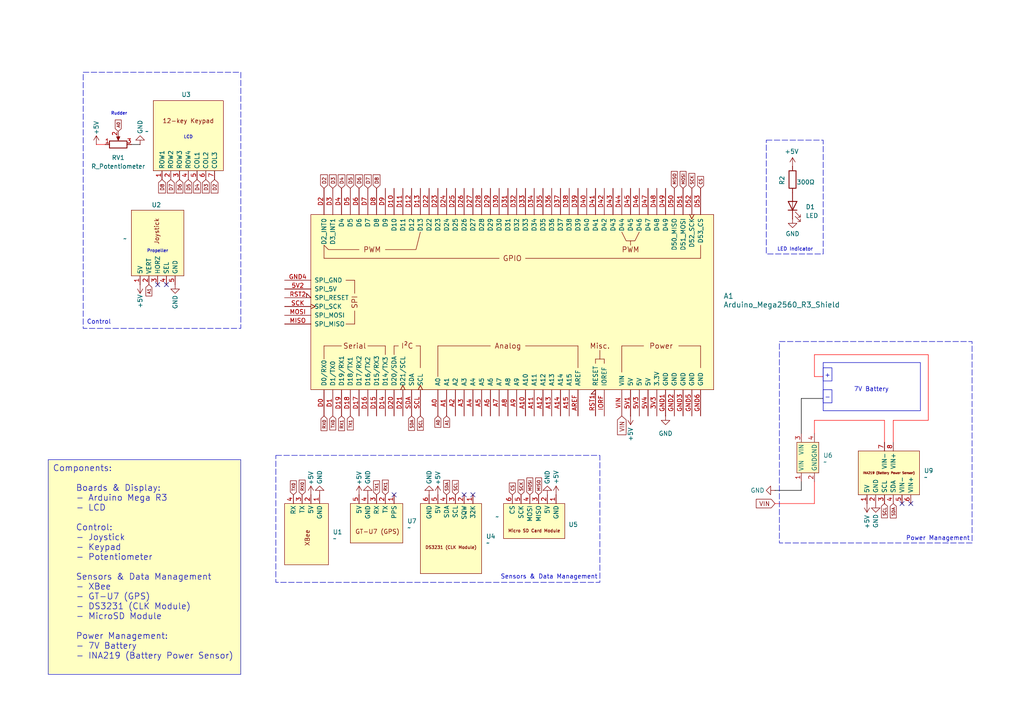
<source format=kicad_sch>
(kicad_sch (version 20231120) (generator "eeschema") (generator_version "8.0")
  (paper "A4")
  (lib_symbols
    (symbol "Device:LED" (pin_numbers hide) (pin_names (offset 1.016) hide)
      (property "Reference" "D" (at 0 2.54 0))
      (property "Value" "LED" (at 0 -2.54 0))
      (symbol "LED_0_1"
        (polyline (pts (xy -1.27 -1.27) (xy -1.27 1.27)) (stroke (width 0.254)))
        (polyline (pts (xy -1.27 0) (xy 1.27 0)))
        (polyline (pts (xy 1.27 -1.27) (xy 1.27 1.27) (xy -1.27 0) (xy 1.27 -1.27)) (stroke (width 0.254)))
        (polyline (pts (xy -3.048 -0.762) (xy -4.572 -2.286) (xy -3.81 -2.286) (xy -4.572 -2.286) (xy -4.572 -1.524)))
        (polyline (pts (xy -1.778 -0.762) (xy -3.302 -2.286) (xy -2.54 -2.286) (xy -3.302 -2.286) (xy -3.302 -1.524)))
      )
      (symbol "LED_1_1"
        (pin passive line (at -3.81 0 0) (length 2.54) (name "K") (number "1"))
        (pin passive line (at 3.81 0 180) (length 2.54) (name "A") (number "2"))
      )
    )
    (symbol "Device:R" (pin_numbers hide) (pin_names (offset 0))
      (property "Reference" "R" (at 2.032 0 90))
      (property "Value" "R" (at 0 0 90))
      (symbol "R_0_1"
        (rectangle (start -1.016 -2.54) (end 1.016 2.54) (stroke (width 0.254)))
      )
      (symbol "R_1_1"
        (pin passive line (at 0 3.81 270) (length 1.27) (name "~") (number "1"))
        (pin passive line (at 0 -3.81 90) (length 1.27) (name "~") (number "2"))
      )
    )
    (symbol "Device:R_Potentiometer" (pin_names (offset 1.016) hide)
      (property "Reference" "RV" (at -4.445 0 90))
      (property "Value" "R_Potentiometer" (at -2.54 0 90))
      (symbol "R_Potentiometer_0_1"
        (polyline (pts (xy 2.54 0) (xy 1.524 0)))
        (polyline (pts (xy 1.143 0) (xy 2.286 0.508) (xy 2.286 -0.508) (xy 1.143 0)) (fill (type outline)))
        (rectangle (start 1.016 2.54) (end -1.016 -2.54) (stroke (width 0.254)))
      )
      (symbol "R_Potentiometer_1_1"
        (pin passive line (at 0 3.81 270) (length 1.27) (name "1") (number "1"))
        (pin passive line (at 3.81 0 180) (length 1.27) (name "2") (number "2"))
        (pin passive line (at 0 -3.81 90) (length 1.27) (name "3") (number "3"))
      )
    )
    (symbol "PCM_arduino-library:Arduino_Mega2560_R3_Shield" (pin_names (offset 1.016))
      (property "Reference" "A" (at 0 -62.23 0))
      (property "Value" "Arduino_Mega2560_R3_Shield" (at 0 -66.04 0))
      (symbol "Arduino_Mega2560_R3_Shield_0_0"
        (rectangle (start -25.4 -58.42) (end 25.4 58.42) (fill (type background)))
        (rectangle (start -20.32 -31.75) (end -12.7 -31.75))
        (rectangle (start -19.05 -54.61) (end -12.7 -54.61))
        (rectangle (start -19.05 -19.05) (end -12.7 -19.05))
        (rectangle (start -19.05 26.67) (end -12.7 26.67))
        (rectangle (start -17.78 -26.67) (end -16.51 -26.67))
        (rectangle (start -17.78 -24.13) (end -16.51 -24.13))
        (rectangle (start -16.51 -25.4) (end -13.97 -25.4))
        (rectangle (start -16.51 -24.13) (end -16.51 -26.67))
        (rectangle (start -16.51 54.61) (end -12.7 54.61))
        (rectangle (start -15.24 34.29) (end -12.7 34.29))
        (rectangle (start -15.24 36.83) (end -12.7 36.83))
        (rectangle (start -12.7 -54.61) (end -12.7 -48.26))
        (rectangle (start -12.7 -31.75) (end -12.7 -38.1))
        (rectangle (start -12.7 26.67) (end -12.7 27.94))
        (rectangle (start -12.7 34.29) (end -12.7 33.02))
        (rectangle (start -12.7 41.91) (end -12.7 36.83))
        (rectangle (start -12.7 49.53) (end -12.7 54.61))
        (rectangle (start -6.35 48.26) (end -6.35 45.72))
        (rectangle (start -2.54 45.72) (end -6.35 45.72))
        (polyline (pts (xy -21.59 21.59) (xy -12.7 21.59)))
        (polyline (pts (xy -12.7 -19.05) (xy -12.7 -3.81)))
        (polyline (pts (xy -12.7 6.35) (xy -12.7 21.59)))
        (polyline (pts (xy 12.7 -54.61) (xy 16.51 -54.61)))
        (polyline (pts (xy 12.7 54.61) (xy 16.51 54.61)))
        (polyline (pts (xy 17.78 -34.29) (xy 16.51 -34.29)))
        (polyline (pts (xy 15.24 36.83) (xy 15.24 27.94) (xy 20.32 26.67)))
        (polyline (pts (xy 15.24 44.45) (xy 15.24 53.34) (xy 16.51 54.61)))
        (polyline (pts (xy 20.32 -31.75) (xy 17.78 -33.02) (xy 17.78 -35.56) (xy 20.32 -36.83)))
        (rectangle (start 6.35 45.72) (end 2.54 45.72))
        (rectangle (start 6.35 48.26) (end 6.35 45.72))
        (text "Analog" (at -12.7 1.27 900) (effects (font (size 1.524 1.524))))
        (text "I²C" (at -12.7 30.48 900) (effects (font (size 1.524 1.524))))
        (text "Misc." (at -12.7 -25.4 900) (effects (font (size 1.524 1.524))))
        (text "Power" (at -12.7 -43.18 900) (effects (font (size 1.524 1.524))))
        (text "PWM" (at 15.24 -34.29 900) (effects (font (size 1.524 1.524))))
        (text "PWM" (at 15.24 40.64 900) (effects (font (size 1.524 1.524))))
        (text "Serial" (at -12.7 45.72 900) (effects (font (size 1.524 1.524))))
        (text "SPI" (at 0 45.72 0) (effects (font (size 1.524 1.524))))
      )
      (symbol "Arduino_Mega2560_R3_Shield_1_0"
        (rectangle (start 12.7 -54.61) (end 12.7 -3.81))
        (rectangle (start 12.7 54.61) (end 12.7 3.81))
        (text "GPIO" (at 12.7 0 900) (effects (font (size 1.524 1.524))))
      )
      (symbol "Arduino_Mega2560_R3_Shield_1_1"
        (pin power_out line (at -33.02 -41.91 0) (length 7.62) (name "3.3V") (number "3V3"))
        (pin power_in line (at -33.02 -34.29 0) (length 7.62) (name "5V") (number "5V1"))
        (pin power_in line (at 3.81 66.04 270) (length 7.62) (name "SPI_5V") (number "5V2"))
        (pin power_in line (at -33.02 -36.83 0) (length 7.62) (name "5V") (number "5V3"))
        (pin power_in line (at -33.02 -39.37 0) (length 7.62) (name "5V") (number "5V4"))
        (pin bidirectional line (at -33.02 21.59 0) (length 7.62) (name "A0") (number "A0"))
        (pin bidirectional line (at -33.02 19.05 0) (length 7.62) (name "A1") (number "A1"))
        (pin bidirectional line (at -33.02 -3.81 0) (length 7.62) (name "A10") (number "A10"))
        (pin bidirectional line (at -33.02 -6.35 0) (length 7.62) (name "A11") (number "A11"))
        (pin bidirectional line (at -33.02 -8.89 0) (length 7.62) (name "A12") (number "A12"))
        (pin bidirectional line (at -33.02 -11.43 0) (length 7.62) (name "A13") (number "A13"))
        (pin bidirectional line (at -33.02 -13.97 0) (length 7.62) (name "A14") (number "A14"))
        (pin bidirectional line (at -33.02 -16.51 0) (length 7.62) (name "A15") (number "A15"))
        (pin bidirectional line (at -33.02 16.51 0) (length 7.62) (name "A2") (number "A2"))
        (pin bidirectional line (at -33.02 13.97 0) (length 7.62) (name "A3") (number "A3"))
        (pin bidirectional line (at -33.02 11.43 0) (length 7.62) (name "A4") (number "A4"))
        (pin bidirectional line (at -33.02 8.89 0) (length 7.62) (name "A5") (number "A5"))
        (pin bidirectional line (at -33.02 6.35 0) (length 7.62) (name "A6") (number "A6"))
        (pin bidirectional line (at -33.02 3.81 0) (length 7.62) (name "A7") (number "A7"))
        (pin bidirectional line (at -33.02 1.27 0) (length 7.62) (name "A8") (number "A8"))
        (pin bidirectional line (at -33.02 -1.27 0) (length 7.62) (name "A9") (number "A9"))
        (pin input line (at -33.02 -19.05 0) (length 7.62) (name "AREF") (number "AREF"))
        (pin bidirectional line (at -33.02 54.61 0) (length 7.62) (name "D0/RX0") (number "D0"))
        (pin bidirectional line (at -33.02 52.07 0) (length 7.62) (name "D1/TX0") (number "D1"))
        (pin bidirectional line (at 33.02 34.29 180) (length 7.62) (name "D10") (number "D10"))
        (pin bidirectional line (at 33.02 31.75 180) (length 7.62) (name "D11") (number "D11"))
        (pin bidirectional line (at 33.02 29.21 180) (length 7.62) (name "D12") (number "D12"))
        (pin bidirectional line (at 33.02 26.67 180) (length 7.62) (name "D13") (number "D13"))
        (pin bidirectional line (at -33.02 36.83 0) (length 7.62) (name "D14/TX3") (number "D14"))
        (pin bidirectional line (at -33.02 39.37 0) (length 7.62) (name "D15/RX3") (number "D15"))
        (pin bidirectional line (at -33.02 41.91 0) (length 7.62) (name "D16/TX2") (number "D16"))
        (pin bidirectional line (at -33.02 44.45 0) (length 7.62) (name "D17/RX2") (number "D17"))
        (pin bidirectional line (at -33.02 46.99 0) (length 7.62) (name "D18/TX1") (number "D18"))
        (pin bidirectional line (at -33.02 49.53 0) (length 7.62) (name "D19/RX1") (number "D19"))
        (pin bidirectional line (at 33.02 54.61 180) (length 7.62) (name "D2_INT0") (number "D2"))
        (pin bidirectional line (at -33.02 34.29 0) (length 7.62) (name "D20/SDA") (number "D20"))
        (pin bidirectional clock (at -33.02 31.75 0) (length 7.62) (name "D21/SCL") (number "D21"))
        (pin bidirectional line (at 33.02 24.13 180) (length 7.62) (name "D22") (number "D22"))
        (pin bidirectional line (at 33.02 21.59 180) (length 7.62) (name "D23") (number "D23"))
        (pin bidirectional line (at 33.02 19.05 180) (length 7.62) (name "D24") (number "D24"))
        (pin bidirectional line (at 33.02 16.51 180) (length 7.62) (name "D25") (number "D25"))
        (pin bidirectional line (at 33.02 13.97 180) (length 7.62) (name "D26") (number "D26"))
        (pin bidirectional line (at 33.02 11.43 180) (length 7.62) (name "D27") (number "D27"))
        (pin bidirectional line (at 33.02 8.89 180) (length 7.62) (name "D28") (number "D28"))
        (pin bidirectional line (at 33.02 6.35 180) (length 7.62) (name "D29") (number "D29"))
        (pin bidirectional line (at 33.02 52.07 180) (length 7.62) (name "D3_INT1") (number "D3"))
        (pin bidirectional line (at 33.02 3.81 180) (length 7.62) (name "D30") (number "D30"))
        (pin bidirectional line (at 33.02 1.27 180) (length 7.62) (name "D31") (number "D31"))
        (pin bidirectional line (at 33.02 -1.27 180) (length 7.62) (name "D32") (number "D32"))
        (pin bidirectional line (at 33.02 -3.81 180) (length 7.62) (name "D33") (number "D33"))
        (pin bidirectional line (at 33.02 -6.35 180) (length 7.62) (name "D34") (number "D34"))
        (pin bidirectional line (at 33.02 -8.89 180) (length 7.62) (name "D35") (number "D35"))
        (pin bidirectional line (at 33.02 -11.43 180) (length 7.62) (name "D36") (number "D36"))
        (pin bidirectional line (at 33.02 -13.97 180) (length 7.62) (name "D37") (number "D37"))
        (pin bidirectional line (at 33.02 -16.51 180) (length 7.62) (name "D38") (number "D38"))
        (pin bidirectional line (at 33.02 -19.05 180) (length 7.62) (name "D39") (number "D39"))
        (pin bidirectional line (at 33.02 49.53 180) (length 7.62) (name "D4") (number "D4"))
        (pin bidirectional line (at 33.02 -21.59 180) (length 7.62) (name "D40") (number "D40"))
        (pin bidirectional line (at 33.02 -24.13 180) (length 7.62) (name "D41") (number "D41"))
        (pin bidirectional line (at 33.02 -26.67 180) (length 7.62) (name "D42") (number "D42"))
        (pin bidirectional line (at 33.02 -29.21 180) (length 7.62) (name "D43") (number "D43"))
        (pin bidirectional line (at 33.02 -31.75 180) (length 7.62) (name "D44") (number "D44"))
        (pin bidirectional line (at 33.02 -34.29 180) (length 7.62) (name "D45") (number "D45"))
        (pin bidirectional line (at 33.02 -36.83 180) (length 7.62) (name "D46") (number "D46"))
        (pin bidirectional line (at 33.02 -39.37 180) (length 7.62) (name "D47") (number "D47"))
        (pin bidirectional line (at 33.02 -41.91 180) (length 7.62) (name "D48") (number "D48"))
        (pin bidirectional line (at 33.02 -44.45 180) (length 7.62) (name "D49") (number "D49"))
        (pin bidirectional line (at 33.02 46.99 180) (length 7.62) (name "D5") (number "D5"))
        (pin bidirectional line (at 33.02 -46.99 180) (length 7.62) (name "D50_MISO") (number "D50"))
        (pin bidirectional line (at 33.02 -49.53 180) (length 7.62) (name "D51_MOSI") (number "D51"))
        (pin bidirectional clock (at 33.02 -52.07 180) (length 7.62) (name "D52_SCK") (number "D52"))
        (pin bidirectional line (at 33.02 -54.61 180) (length 7.62) (name "D53_CS") (number "D53"))
        (pin bidirectional line (at 33.02 44.45 180) (length 7.62) (name "D6") (number "D6"))
        (pin bidirectional line (at 33.02 41.91 180) (length 7.62) (name "D7") (number "D7"))
        (pin bidirectional line (at 33.02 39.37 180) (length 7.62) (name "D8") (number "D8"))
        (pin bidirectional line (at 33.02 36.83 180) (length 7.62) (name "D9") (number "D9"))
        (pin power_in line (at -33.02 -44.45 0) (length 7.62) (name "GND") (number "GND1"))
        (pin power_in line (at -33.02 -46.99 0) (length 7.62) (name "GND") (number "GND2"))
        (pin power_in line (at -33.02 -49.53 0) (length 7.62) (name "GND") (number "GND3"))
        (pin power_in line (at 6.35 66.04 270) (length 7.62) (name "SPI_GND") (number "GND4"))
        (pin power_in line (at -33.02 -52.07 0) (length 7.62) (name "GND") (number "GND5"))
        (pin power_in line (at -33.02 -54.61 0) (length 7.62) (name "GND") (number "GND6"))
        (pin output line (at -33.02 -26.67 0) (length 7.62) (name "IOREF") (number "IORF"))
        (pin input line (at -6.35 66.04 270) (length 7.62) (name "SPI_MISO") (number "MISO"))
        (pin output line (at -3.81 66.04 270) (length 7.62) (name "SPI_MOSI") (number "MOSI"))
        (pin open_collector input_low (at -33.02 -24.13 0) (length 7.62) (name "RESET") (number "RST1"))
        (pin open_collector input_low (at 1.27 66.04 270) (length 7.62) (name "SPI_RESET") (number "RST2"))
        (pin output clock (at -1.27 66.04 270) (length 7.62) (name "SPI_SCK") (number "SCK"))
        (pin bidirectional clock (at -33.02 26.67 0) (length 7.62) (name "SCL") (number "SCL"))
        (pin bidirectional line (at -33.02 29.21 0) (length 7.62) (name "SDA") (number "SDA"))
        (pin power_in line (at -33.02 -31.75 0) (length 7.62) (name "VIN") (number "VIN"))
      )
    )
    (symbol "TAFLab-Symbol-Library:AnalogJoystickBreakout"
      (property "Reference" "U" (at 0 0 0))
      (symbol "AnalogJoystickBreakout_1_1"
        (rectangle (start 2.54 7.62) (end 21.59 -7.62) (fill (type background)))
        (text "Joystick" (at 15.494 0.254 0) (effects (font (size 1.27 1.27))))
        (pin power_in line (at 0 5.08 0) (length 2.54) (name "5V") (number "1"))
        (pin unspecified line (at 0 2.54 0) (length 2.54) (name "VERT") (number "2"))
        (pin unspecified line (at 0 0 0) (length 2.54) (name "HORZ") (number "3"))
        (pin unspecified line (at 0 -2.54 0) (length 2.54) (name "SEL") (number "4"))
        (pin power_in line (at 0 -5.08 0) (length 2.54) (name "GND") (number "5"))
      )
    )
    (symbol "TAFLab-Symbol-Library:GT-U7_GPS"
      (property "Reference" "U" (at 0 0 0))
      (symbol "GT-U7_GPS_1_1"
        (rectangle (start 2.54 6.35) (end 13.97 -8.89) (fill (type background)))
        (text "GT-U7 (GPS)" (at 10.668 -1.016 900) (effects (font (size 1.27 1.27))))
        (pin unspecified line (at 0 3.81 0) (length 2.54) (name "PPS") (number "1"))
        (pin output line (at 0 1.27 0) (length 2.54) (name "TX") (number "2"))
        (pin input line (at 0 -1.27 0) (length 2.54) (name "RX") (number "3"))
        (pin power_in line (at 0 -3.81 0) (length 2.54) (name "GND") (number "4"))
        (pin power_in line (at 0 -6.35 0) (length 2.54) (name "5V") (number "5"))
      )
    )
    (symbol "TAFLab-Symbol-Library:HW84_DS3231_CLK_Module"
      (property "Reference" "U" (at 0 0 0))
      (symbol "HW84_DS3231_CLK_Module_1_1"
        (rectangle (start 2.54 8.89) (end 22.86 -8.89) (fill (type background)))
        (text "DS3231 (CLK Module)" (at 15.24 0 900) (effects (font (size 0.889 0.889))))
        (pin unspecified line (at 0 6.35 0) (length 2.54) (name "32K") (number "1"))
        (pin unspecified line (at 0 3.81 0) (length 2.54) (name "SQW") (number "2"))
        (pin bidirectional line (at 0 1.27 0) (length 2.54) (name "SCL") (number "3"))
        (pin bidirectional line (at 0 -1.27 0) (length 2.54) (name "SDA") (number "4"))
        (pin power_in line (at 0 -3.81 0) (length 2.54) (name "5V") (number "5"))
        (pin power_in line (at 0 -6.35 0) (length 2.54) (name "GND") (number "6"))
      )
    )
    (symbol "TAFLab-Symbol-Library:INA219_BatteryPowerSensor"
      (property "Reference" "U" (at 0 0 0))
      (symbol "INA219_BatteryPowerSensor_1_1"
        (rectangle (start 2.54 5.08) (end 15.24 -12.7) (fill (type background)))
        (text "INA219 (Battery Power Sensor)" (at 8.89 -3.81 900) (effects (font (size 0.635 0.635))))
        (pin power_in line (at 0 2.54 0) (length 2.54) (name "5V") (number "1"))
        (pin power_in line (at 0 0 0) (length 2.54) (name "GND") (number "2"))
        (pin bidirectional line (at 0 -2.54 0) (length 2.54) (name "SCL") (number "3"))
        (pin bidirectional line (at 0 -5.08 0) (length 2.54) (name "SDA") (number "4"))
        (pin power_in line (at 0 -7.62 0) (length 2.54) (name "VIN-") (number "5"))
        (pin power_in line (at 0 -10.16 0) (length 2.54) (name "VIN+") (number "6"))
        (pin power_in line (at 17.78 -2.54 180) (length 2.54) (name "VIN-") (number "7"))
        (pin power_in line (at 17.78 -5.08 180) (length 2.54) (name "VIN+") (number "8"))
      )
    )
    (symbol "TAFLab-Symbol-Library:Keypad12Key"
      (property "Reference" "U" (at 0 0 0))
      (symbol "Keypad12Key_1_1"
        (rectangle (start 2.54 6.35) (end 22.86 -13.97) (fill (type background)))
        (text "12-key Keypad" (at 17.018 -3.81 900) (effects (font (size 1.27 1.27))))
        (pin unspecified line (at 0 3.81 0) (length 2.54) (name "ROW1") (number "1"))
        (pin unspecified line (at 0 1.27 0) (length 2.54) (name "ROW2") (number "2"))
        (pin unspecified line (at 0 -1.27 0) (length 2.54) (name "ROW3") (number "3"))
        (pin unspecified line (at 0 -3.81 0) (length 2.54) (name "ROW4") (number "4"))
        (pin unspecified line (at 0 -6.35 0) (length 2.54) (name "COL1") (number "5"))
        (pin unspecified line (at 0 -8.89 0) (length 2.54) (name "COL2") (number "6"))
        (pin unspecified line (at 0 -11.43 0) (length 2.54) (name "COL3") (number "7"))
      )
    )
    (symbol "TAFLab-Symbol-Library:Micro_SD_Card_Module"
      (property "Reference" "U" (at 0 0 0))
      (symbol "Micro_SD_Card_Module_1_1"
        (rectangle (start 2.54 5.08) (end 12.7 -12.7) (fill (type background)))
        (text "Micro SD Card Module" (at 10.414 -3.81 900) (effects (font (size 0.889 0.889))))
        (pin power_in line (at 0 2.54 0) (length 2.54) (name "GND") (number "1"))
        (pin power_in line (at 0 0 0) (length 2.54) (name "5V") (number "2"))
        (pin unspecified line (at 0 -2.54 0) (length 2.54) (name "MISO") (number "3"))
        (pin unspecified line (at 0 -5.08 0) (length 2.54) (name "MOSI") (number "4"))
        (pin unspecified line (at 0 -7.62 0) (length 2.54) (name "SCK") (number "5"))
        (pin unspecified line (at 0 -10.16 0) (length 2.54) (name "CS") (number "6"))
      )
    )
    (symbol "TAFLab-Symbol-Library:VinConnector"
      (property "Reference" "U" (at 0 -2.54 0))
      (symbol "VinConnector_1_1"
        (rectangle (start 0 1.27) (end 8.89 -5.08) (fill (type background)))
        (pin power_in line (at -2.54 0 0) (length 2.54) (name "VIN") (number "1"))
        (pin power_in line (at -2.54 -3.81 0) (length 2.54) (name "GND") (number "2"))
        (pin power_in line (at 11.43 0 180) (length 2.54) (name "VIN") (number "3"))
        (pin power_in line (at 11.43 -3.81 180) (length 2.54) (name "GND") (number "4"))
      )
    )
    (symbol "TAFLab-Symbol-Library:XBeeBreakout"
      (property "Reference" "U" (at 0 0 0))
      (symbol "XBeeBreakout_1_1"
        (rectangle (start 2.54 5.08) (end 20.32 -7.62) (fill (type background)))
        (text "XBee" (at 12.446 -1.016 0) (effects (font (size 1.27 1.27))))
        (pin power_in line (at 0 2.54 0) (length 2.54) (name "GND") (number "1"))
        (pin power_in line (at 0 0 0) (length 2.54) (name "5V") (number "2"))
        (pin output line (at 0 -2.54 0) (length 2.54) (name "TX") (number "3"))
        (pin input line (at 0 -5.08 0) (length 2.54) (name "RX") (number "4"))
      )
    )
    (symbol "power:+5V" (power) (pin_numbers hide) (pin_names (offset 0) hide)
      (property "Value" "+5V" (at 0 3.556 0))
      (symbol "+5V_0_1"
        (polyline (pts (xy -0.762 1.27) (xy 0 2.54)))
        (polyline (pts (xy 0 0) (xy 0 2.54)))
        (polyline (pts (xy 0 2.54) (xy 0.762 1.27)))
      )
      (symbol "+5V_1_1"
        (pin power_in line (at 0 0 90) (length 0) (name "~") (number "1"))
      )
    )
    (symbol "power:GND" (power) (pin_numbers hide) (pin_names (offset 0) hide)
      (property "Value" "GND" (at 0 -3.81 0))
      (symbol "GND_0_1"
        (polyline (pts (xy 0 0) (xy 0 -1.27) (xy 1.27 -1.27) (xy 0 -2.54) (xy -1.27 -1.27) (xy 0 -1.27)))
      )
      (symbol "GND_1_1"
        (pin power_in line (at 0 0 270) (length 0) (name "~") (number "1"))
      )
    )
  )
  (no_connect (at 261.62 146.05))
  (no_connect (at 48.26 82.55))
  (no_connect (at 264.16 146.05))
  (no_connect (at 134.62 143.51))
  (no_connect (at 45.72 82.55))
  (no_connect (at 114.3 143.51))
  (no_connect (at 137.16 143.51))
  (wire (pts (xy 256.54 121.92) (xy 256.54 128.27)) (stroke (width 0) (color 255 0 0 1)))
  (wire (pts (xy 232.41 139.7) (xy 232.41 142.24)) (stroke (width 0) (color 0 0 0 1)))
  (wire (pts (xy 27.94 41.91) (xy 30.48 41.91)) (stroke (width 0) (color 255 0 0 1)))
  (wire (pts (xy 40.64 41.91) (xy 38.1 41.91)) (stroke (width 0) (color 0 0 0 1)))
  (wire (pts (xy 236.22 109.22) (xy 236.22 102.87)) (stroke (width 0) (color 255 0 0 1)))
  (wire (pts (xy 224.79 146.05) (xy 236.22 146.05)) (stroke (width 0) (color 255 0 0 1)))
  (wire (pts (xy 269.24 102.87) (xy 269.24 121.92)) (stroke (width 0) (color 255 0 0 1)))
  (wire (pts (xy 236.22 139.7) (xy 236.22 146.05)) (stroke (width 0) (color 255 0 0 1)))
  (wire (pts (xy 232.41 115.57) (xy 232.41 125.73)) (stroke (width 0) (color 0 0 0 1)))
  (wire (pts (xy 259.08 121.92) (xy 259.08 128.27)) (stroke (width 0) (color 255 0 0 1)))
  (wire (pts (xy 236.22 121.92) (xy 256.54 121.92)) (stroke (width 0) (color 255 0 0 1)))
  (wire (pts (xy 236.22 102.87) (xy 269.24 102.87)) (stroke (width 0) (color 255 0 0 1)))
  (wire (pts (xy 224.79 142.24) (xy 232.41 142.24)) (stroke (width 0) (color 0 0 0 1)))
  (wire (pts (xy 236.22 121.92) (xy 236.22 125.73)) (stroke (width 0) (color 255 0 0 1)))
  (wire (pts (xy 269.24 121.92) (xy 259.08 121.92)) (stroke (width 0) (color 255 0 0 1)))
  (wire (pts (xy 232.41 115.57) (xy 238.76 115.57)) (stroke (width 0) (color 0 0 0 1)))
  (wire (pts (xy 238.76 109.22) (xy 236.22 109.22)) (stroke (width 0) (color 255 0 0 1)))
  (rectangle (start 238.76 113.03) (end 241.3 116.84))
  (rectangle (start 24.13 20.955) (end 69.85 95.25) (stroke (width 0) (type dash)))
  (rectangle (start 222.25 40.64) (end 238.76 73.66) (stroke (width 0) (type dash)))
  (rectangle (start 80.01 132.08) (end 173.99 168.91) (stroke (width 0) (type dash)))
  (rectangle (start 226.06 99.06) (end 281.94 157.48) (stroke (width 0) (type dash)))
  (rectangle (start 238.76 105.156) (end 266.954 119.126))
  (rectangle (start 238.76 106.68) (end 241.3 110.49))
  (text_box "Components: \n\n	Boards & Display:\n	- Arduino Mega R3\n	- LCD\n\n	Control:\n	- Joystick\n	- Keypad\n	- Potentiometer\n\n	Sensors & Data Management\n	- XBee\n	- GT-U7 (GPS)\n	- DS3231 (CLK Module)\n	- MicroSD Module\n\n	Power Management:\n	- 7V Battery\n	- INA219 (Battery Power Sensor)" (at 13.97 133.35 0) (size 55.88 62.23) (fill (type color) (color 255 255 194 1)) (effects (font (size 1.778 1.778)) (justify left top)))
  (text "LED Indicator" (at 230.632 72.39 0) (effects (font (size 1.016 1.016))))
  (text "7V Battery" (at 252.73 113.03 0) (effects (font (size 1.27 1.27))))
  (text "Propeller" (at 45.72 72.898 0) (effects (font (size 0.889 0.889))))
  (text "Power Management" (at 272.034 156.21 0) (effects (font (size 1.27 1.27))))
  (text "Sensors & Data Management\n" (at 159.258 167.386 0) (effects (font (size 1.27 1.27))))
  (text "+" (at 240.03 108.966 0) (effects (font (size 1.27 1.27))))
  (text "Rudder" (at 34.544 33.02 0) (effects (font (size 0.889 0.889))))
  (text "-\n" (at 240.03 115.316 0) (effects (font (size 1.27 1.27))))
  (text "LCD" (at 54.61 39.878 0) (effects (font (size 0.889 0.889))))
  (text "Control\n" (at 28.702 93.472 0) (effects (font (size 1.27 1.27))))
  (global_label "RX0" (shape input) (at 87.63 143.51 90) (effects (font (size 0.889 0.889))) (property "Intersheetrefs" "${INTERSHEET_REFS}" (effects (hide yes))))
  (global_label "VIN" (shape input) (at 180.34 120.65 270) (property "Intersheetrefs" "${INTERSHEET_REFS}" (effects (hide yes))))
  (global_label "D3" (shape input) (at 59.69 52.07 270) (effects (font (size 1.016 1.016))) (property "Intersheetrefs" "${INTERSHEET_REFS}" (effects (hide yes))))
  (global_label "SCL" (shape input) (at 132.08 143.51 90) (effects (font (size 0.889 0.889))) (property "Intersheetrefs" "${INTERSHEET_REFS}" (effects (hide yes))))
  (global_label "RX1" (shape input) (at 111.76 143.51 90) (effects (font (size 0.889 0.889))) (property "Intersheetrefs" "${INTERSHEET_REFS}" (effects (hide yes))))
  (global_label "D7" (shape input) (at 49.53 52.07 270) (effects (font (size 1.016 1.016))) (property "Intersheetrefs" "${INTERSHEET_REFS}" (effects (hide yes))))
  (global_label "RX1" (shape input) (at 99.06 120.65 270) (effects (font (size 0.889 0.889))) (property "Intersheetrefs" "${INTERSHEET_REFS}" (effects (hide yes))))
  (global_label "TX1" (shape input) (at 109.22 143.51 90) (effects (font (size 0.889 0.889))) (property "Intersheetrefs" "${INTERSHEET_REFS}" (effects (hide yes))))
  (global_label "D4" (shape input) (at 99.06 54.61 90) (effects (font (size 1.016 1.016))) (property "Intersheetrefs" "${INTERSHEET_REFS}" (effects (hide yes))))
  (global_label "D8" (shape input) (at 46.99 52.07 270) (effects (font (size 1.016 1.016))) (property "Intersheetrefs" "${INTERSHEET_REFS}" (effects (hide yes))))
  (global_label "TX0" (shape input) (at 96.52 120.65 270) (effects (font (size 0.889 0.889))) (property "Intersheetrefs" "${INTERSHEET_REFS}" (effects (hide yes))))
  (global_label "MOSI" (shape input) (at 153.67 143.51 90) (effects (font (size 0.889 0.889))) (property "Intersheetrefs" "${INTERSHEET_REFS}" (effects (hide yes))))
  (global_label "RX0" (shape input) (at 93.98 120.65 270) (effects (font (size 0.889 0.889))) (property "Intersheetrefs" "${INTERSHEET_REFS}" (effects (hide yes))))
  (global_label "D4" (shape input) (at 57.15 52.07 270) (effects (font (size 1.016 1.016))) (property "Intersheetrefs" "${INTERSHEET_REFS}" (effects (hide yes))))
  (global_label "SCK" (shape input) (at 200.66 54.61 90) (effects (font (size 0.889 0.889))) (property "Intersheetrefs" "${INTERSHEET_REFS}" (effects (hide yes))))
  (global_label "D6" (shape input) (at 104.14 54.61 90) (effects (font (size 1.016 1.016))) (property "Intersheetrefs" "${INTERSHEET_REFS}" (effects (hide yes))))
  (global_label "A0" (shape input) (at 34.29 38.1 90) (effects (font (size 0.889 0.889))) (property "Intersheetrefs" "${INTERSHEET_REFS}" (effects (hide yes))))
  (global_label "MOSI" (shape input) (at 198.12 54.61 90) (effects (font (size 0.889 0.889))) (property "Intersheetrefs" "${INTERSHEET_REFS}" (effects (hide yes))))
  (global_label "D5" (shape input) (at 101.6 54.61 90) (effects (font (size 1.016 1.016))) (property "Intersheetrefs" "${INTERSHEET_REFS}" (effects (hide yes))))
  (global_label "CS" (shape input) (at 148.59 143.51 90) (effects (font (size 0.889 0.889))) (property "Intersheetrefs" "${INTERSHEET_REFS}" (effects (hide yes))))
  (global_label "MISO" (shape input) (at 195.58 54.61 90) (effects (font (size 0.889 0.889))) (property "Intersheetrefs" "${INTERSHEET_REFS}" (effects (hide yes))))
  (global_label "D5" (shape input) (at 54.61 52.07 270) (effects (font (size 1.016 1.016))) (property "Intersheetrefs" "${INTERSHEET_REFS}" (effects (hide yes))))
  (global_label "TX1" (shape input) (at 101.6 120.65 270) (effects (font (size 0.889 0.889))) (property "Intersheetrefs" "${INTERSHEET_REFS}" (effects (hide yes))))
  (global_label "SCL" (shape input) (at 121.92 120.65 270) (effects (font (size 0.889 0.889))) (property "Intersheetrefs" "${INTERSHEET_REFS}" (effects (hide yes))))
  (global_label "SDA" (shape input) (at 259.08 146.05 270) (effects (font (size 0.889 0.889))) (property "Intersheetrefs" "${INTERSHEET_REFS}" (effects (hide yes))))
  (global_label "TX0" (shape input) (at 85.09 143.51 90) (effects (font (size 0.889 0.889))) (property "Intersheetrefs" "${INTERSHEET_REFS}" (effects (hide yes))))
  (global_label "SCK" (shape input) (at 151.13 143.51 90) (effects (font (size 0.889 0.889))) (property "Intersheetrefs" "${INTERSHEET_REFS}" (effects (hide yes))))
  (global_label "D8" (shape input) (at 109.22 54.61 90) (effects (font (size 1.016 1.016))) (property "Intersheetrefs" "${INTERSHEET_REFS}" (effects (hide yes))))
  (global_label "MISO" (shape input) (at 156.21 143.51 90) (effects (font (size 0.889 0.889))) (property "Intersheetrefs" "${INTERSHEET_REFS}" (effects (hide yes))))
  (global_label "SDA" (shape input) (at 129.54 143.51 90) (effects (font (size 0.889 0.889))) (property "Intersheetrefs" "${INTERSHEET_REFS}" (effects (hide yes))))
  (global_label "SDA" (shape input) (at 119.38 120.65 270) (effects (font (size 0.889 0.889))) (property "Intersheetrefs" "${INTERSHEET_REFS}" (effects (hide yes))))
  (global_label "D3" (shape input) (at 96.52 54.61 90) (effects (font (size 1.016 1.016))) (property "Intersheetrefs" "${INTERSHEET_REFS}" (effects (hide yes))))
  (global_label "A1" (shape input) (at 43.18 82.55 270) (effects (font (size 0.889 0.889))) (property "Intersheetrefs" "${INTERSHEET_REFS}" (effects (hide yes))))
  (global_label "A1" (shape input) (at 129.54 120.65 270) (effects (font (size 0.889 0.889))) (property "Intersheetrefs" "${INTERSHEET_REFS}" (effects (hide yes))))
  (global_label "D2" (shape input) (at 93.98 54.61 90) (effects (font (size 1.016 1.016))) (property "Intersheetrefs" "${INTERSHEET_REFS}" (effects (hide yes))))
  (global_label "D6" (shape input) (at 52.07 52.07 270) (effects (font (size 1.016 1.016))) (property "Intersheetrefs" "${INTERSHEET_REFS}" (effects (hide yes))))
  (global_label "D2" (shape input) (at 62.23 52.07 270) (effects (font (size 1.016 1.016))) (property "Intersheetrefs" "${INTERSHEET_REFS}" (effects (hide yes))))
  (global_label "D7" (shape input) (at 106.68 54.61 90) (effects (font (size 1.016 1.016))) (property "Intersheetrefs" "${INTERSHEET_REFS}" (effects (hide yes))))
  (global_label "SCL" (shape input) (at 256.54 146.05 270) (effects (font (size 0.889 0.889))) (property "Intersheetrefs" "${INTERSHEET_REFS}" (effects (hide yes))))
  (global_label "CS" (shape input) (at 203.2 54.61 90) (effects (font (size 0.889 0.889))) (property "Intersheetrefs" "${INTERSHEET_REFS}" (effects (hide yes))))
  (global_label "VIN" (shape input) (at 224.79 146.05 180) (property "Intersheetrefs" "${INTERSHEET_REFS}" (effects (hide yes))))
  (global_label "A0" (shape input) (at 127 120.65 270) (effects (font (size 0.889 0.889))) (property "Intersheetrefs" "${INTERSHEET_REFS}" (effects (hide yes))))
  (symbol (lib_id "TAFLab-Symbol-Library:Keypad12Key") (at 50.8 52.07 90) (unit 1)
    (property "Reference" "U3" (at 55.372 27.432 90) (effects (justify left)))
    (property "Value" "~" (at 43.18 38.1 90) (effects (justify left)))
    (property "Footprint" "TAFLab-Footprint-Library:Keypad" (effects (hide yes)))
  )
  (symbol (lib_id "power:+5V") (at 90.17 143.51 0) (unit 1)
    (property "Reference" "#PWR09" (effects (hide yes)))
    (property "Value" "+5V" (at 90.17 138.684 90))
    (property "Description" "Power symbol creates a global label with name \"+5V\"" (effects (hide yes)))
  )
  (symbol (lib_id "power:GND") (at 106.68 143.51 180) (unit 1)
    (property "Reference" "#PWR012" (effects (hide yes)))
    (property "Value" "GND" (at 106.68 138.43 90))
    (property "Description" "Power symbol creates a global label with name \"GND\" , ground" (effects (hide yes)))
  )
  (symbol (lib_id "power:+5V") (at 27.94 41.91 0) (unit 1)
    (property "Reference" "#PWR018" (effects (hide yes)))
    (property "Value" "+5V" (at 27.94 37.084 90))
    (property "Description" "Power symbol creates a global label with name \"+5V\"" (effects (hide yes)))
  )
  (symbol (lib_id "power:GND") (at 92.71 143.51 180) (unit 1)
    (property "Reference" "#PWR010" (effects (hide yes)))
    (property "Value" "GND" (at 92.71 138.43 90))
    (property "Description" "Power symbol creates a global label with name \"GND\" , ground" (effects (hide yes)))
  )
  (symbol (lib_id "TAFLab-Symbol-Library:INA219_BatteryPowerSensor") (at 254 146.05 90) (unit 1)
    (property "Reference" "U9" (at 267.97 136.5249 90) (effects (justify right)))
    (property "Value" "~" (at 267.97 138.43 90) (effects (justify right)))
    (property "Footprint" "TAFLab-Footprint-Library:INA219_BatteryPowerSensor" (effects (hide yes)))
  )
  (symbol (lib_id "power:GND") (at 224.79 142.24 270) (unit 1)
    (property "Reference" "#PWR017" (effects (hide yes)))
    (property "Value" "GND" (at 219.71 142.24 90))
    (property "Description" "Power symbol creates a global label with name \"GND\" , ground" (effects (hide yes)))
  )
  (symbol (lib_id "power:+5V") (at 229.87 48.26 0) (unit 1)
    (property "Reference" "#PWR020" (effects (hide yes)))
    (property "Value" "+5V" (at 229.616 43.942 0))
    (property "Description" "Power symbol creates a global label with name \"+5V\"" (effects (hide yes)))
  )
  (symbol (lib_id "power:+5V") (at 182.88 120.65 180) (unit 1)
    (property "Reference" "#PWR01" (effects (hide yes)))
    (property "Value" "+5V" (at 182.88 125.984 90))
    (property "Description" "Power symbol creates a global label with name \"+5V\"" (effects (hide yes)))
  )
  (symbol (lib_id "TAFLab-Symbol-Library:AnalogJoystickBreakout") (at 45.72 82.55 90) (unit 1)
    (property "Reference" "U2" (at 46.736 59.436 90) (effects (justify left)))
    (property "Value" "~" (at 36.83 69.215 90) (effects (justify left)))
    (property "Footprint" "TAFLab-Footprint-Library:JoyStick" (effects (hide yes)))
  )
  (symbol (lib_id "Device:LED") (at 229.87 59.69 90) (unit 1)
    (property "Reference" "D1" (at 233.68 60.0074 90) (effects (justify right)))
    (property "Value" "LED" (at 233.68 62.5474 90) (effects (justify right)))
    (property "Footprint" "TAFLab-Footprint-Library:Default2Pin" (effects (hide yes)))
    (property "Description" "Light emitting diode" (effects (hide yes)))
  )
  (symbol (lib_id "TAFLab-Symbol-Library:HW84_DS3231_CLK_Module") (at 130.81 143.51 270) (unit 1)
    (property "Reference" "U4" (at 140.97 155.5749 90) (effects (justify left)))
    (property "Value" "~" (at 140.97 157.48 90) (effects (justify left)))
    (property "Footprint" "TAFLab-Footprint-Library:HW84_DS3231_CLK_Module" (effects (hide yes)))
  )
  (symbol (lib_id "Device:R") (at 229.87 52.07 180) (unit 1)
    (property "Reference" "R2" (at 226.822 52.324 90))
    (property "Value" "300Ω" (at 233.68 52.832 0))
    (property "Footprint" "TAFLab-Footprint-Library:Default2Pin" (effects (hide yes)))
    (property "Description" "Resistor" (effects (hide yes)))
  )
  (symbol (lib_id "power:+5V") (at 104.14 143.51 0) (unit 1)
    (property "Reference" "#PWR011" (effects (hide yes)))
    (property "Value" "+5V" (at 104.14 138.684 90))
    (property "Description" "Power symbol creates a global label with name \"+5V\"" (effects (hide yes)))
  )
  (symbol (lib_id "power:+5V") (at 251.46 146.05 180) (unit 1)
    (property "Reference" "#PWR06" (effects (hide yes)))
    (property "Value" "+5V" (at 251.46 151.384 90))
    (property "Description" "Power symbol creates a global label with name \"+5V\"" (effects (hide yes)))
  )
  (symbol (lib_id "TAFLab-Symbol-Library:VinConnector") (at 232.41 137.16 90) (unit 1)
    (property "Reference" "U6" (at 238.76 132.0799 90) (effects (justify right)))
    (property "Value" "~" (at 238.76 133.985 90) (effects (justify right)))
    (property "Footprint" "TAFLab-Footprint-Library:VinArduinoConnector" (effects (hide yes)))
  )
  (symbol (lib_id "PCM_arduino-library:Arduino_Mega2560_R3_Shield") (at 148.59 87.63 90) (unit 1)
    (property "Reference" "A1" (at 209.804 85.852 90) (effects (font (size 1.524 1.524)) (justify right)))
    (property "Value" "Arduino_Mega2560_R3_Shield" (at 209.804 88.392 90) (effects (font (size 1.524 1.524)) (justify right)))
    (property "Footprint" "PCM_arduino-library:Arduino_Mega2560_R3_Shield" (effects (hide yes)))
    (property "Datasheet" "https://docs.arduino.cc/hardware/mega-2560" (effects (hide yes)))
    (property "Description" "Shield for Arduino Mega 2560 R3" (effects (hide yes)))
  )
  (symbol (lib_id "TAFLab-Symbol-Library:GT-U7_GPS") (at 110.49 143.51 270) (unit 1)
    (property "Reference" "U7" (at 118.11 151.1299 90) (effects (justify left)))
    (property "Value" "~" (at 118.11 153.035 90) (effects (justify left)))
    (property "Footprint" "TAFLab-Footprint-Library:GT-U7_GPS" (effects (hide yes)))
  )
  (symbol (lib_id "TAFLab-Symbol-Library:XBeeBreakout") (at 90.17 143.51 270) (unit 1)
    (property "Reference" "U1" (at 96.52 154.3049 90) (effects (justify left)))
    (property "Value" "~" (at 96.52 156.21 90) (effects (justify left)))
    (property "Footprint" "TAFLab-Footprint-Library:XBeeBreakout" (effects (hide yes)))
  )
  (symbol (lib_id "Device:R_Potentiometer") (at 34.29 41.91 90) (unit 1)
    (property "Reference" "RV1" (at 34.29 45.72 90))
    (property "Value" "R_Potentiometer" (at 34.29 48.26 90))
    (property "Footprint" "TAFLab-Footprint-Library:Potentiometer" (effects (hide yes)))
    (property "Description" "Potentiometer" (effects (hide yes)))
  )
  (symbol (lib_id "power:GND") (at 254 146.05 0) (unit 1)
    (property "Reference" "#PWR021" (effects (hide yes)))
    (property "Value" "GND" (at 254 151.13 90))
    (property "Description" "Power symbol creates a global label with name \"GND\" , ground" (effects (hide yes)))
  )
  (symbol (lib_id "TAFLab-Symbol-Library:Micro_SD_Card_Module") (at 158.75 143.51 270) (unit 1)
    (property "Reference" "U5" (at 167.64 152.146 90) (effects (justify right)))
    (property "Value" "~" (at 144.78 149.86 90) (effects (justify right)))
    (property "Footprint" "TAFLab-Footprint-Library:Micro_SD_Module" (effects (hide yes)))
  )
  (symbol (lib_id "power:+5V") (at 40.64 82.55 180) (unit 1)
    (property "Reference" "#PWR016" (effects (hide yes)))
    (property "Value" "+5V" (at 40.64 87.376 90))
    (property "Description" "Power symbol creates a global label with name \"+5V\"" (effects (hide yes)))
  )
  (symbol (lib_id "power:GND") (at 124.46 143.51 180) (unit 1)
    (property "Reference" "#PWR014" (effects (hide yes)))
    (property "Value" "GND" (at 124.46 138.43 90))
    (property "Description" "Power symbol creates a global label with name \"GND\" , ground" (effects (hide yes)))
  )
  (symbol (lib_id "power:GND") (at 229.87 63.5 0) (unit 1)
    (property "Reference" "#PWR07" (effects (hide yes)))
    (property "Value" "GND" (at 229.87 67.818 0))
    (property "Description" "Power symbol creates a global label with name \"GND\" , ground" (effects (hide yes)))
  )
  (symbol (lib_id "power:GND") (at 40.64 41.91 180) (unit 1)
    (property "Reference" "#PWR019" (effects (hide yes)))
    (property "Value" "GND" (at 40.64 36.83 90))
    (property "Description" "Power symbol creates a global label with name \"GND\" , ground" (effects (hide yes)))
  )
  (symbol (lib_id "power:+5V") (at 161.29 143.51 0) (unit 1)
    (property "Reference" "#PWR03" (effects (hide yes)))
    (property "Value" "+5V" (at 161.29 138.43 90))
    (property "Description" "Power symbol creates a global label with name \"+5V\"" (effects (hide yes)))
  )
  (symbol (lib_id "power:GND") (at 193.04 120.65 0) (unit 1)
    (property "Reference" "#PWR02" (effects (hide yes)))
    (property "Value" "GND" (at 193.04 125.73 0))
    (property "Description" "Power symbol creates a global label with name \"GND\" , ground" (effects (hide yes)))
  )
  (symbol (lib_id "power:GND") (at 158.75 143.51 180) (unit 1)
    (property "Reference" "#PWR04" (effects (hide yes)))
    (property "Value" "GND" (at 158.75 138.43 90))
    (property "Description" "Power symbol creates a global label with name \"GND\" , ground" (effects (hide yes)))
  )
  (symbol (lib_id "power:GND") (at 50.8 82.55 0) (unit 1)
    (property "Reference" "#PWR015" (effects (hide yes)))
    (property "Value" "GND" (at 50.8 87.63 90))
    (property "Description" "Power symbol creates a global label with name \"GND\" , ground" (effects (hide yes)))
  )
  (symbol (lib_id "power:+5V") (at 127 143.51 0) (unit 1)
    (property "Reference" "#PWR013" (effects (hide yes)))
    (property "Value" "+5V" (at 127 138.684 90))
    (property "Description" "Power symbol creates a global label with name \"+5V\"" (effects (hide yes)))
  )
)
</source>
